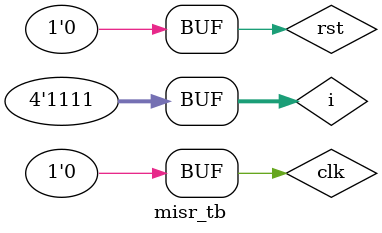
<source format=v>
module misr(
    input clk, rst,
    input[2:0] i,
    output[4:0] q
);
    generate
        genvar k;
        for (k=0; k<5; k=k+1) begin:v
            if (k == 0)
                d_ff gu(.clk(clk), .rst(1'd0), .set(rst), .d( q[4] ^ i[2] ), .q(q[k]));
            else if(k == 1)
                d_ff gu(.clk(clk), .rst(1'd0), .set(rst), .d( q[0] ^ i[1] ), .q(q[k]));
            else if (k == 3)
                d_ff gu(.clk(clk), .rst(rst), .set(1'd0), .d( (q[2] ^ q[4]) ^ i[0] ), .q(q[k]));
            else 
                d_ff gu(.clk(clk), .rst(rst), .set(1'd0), .d( q[k-1] ^ q[4] ), .q(q[k]));
        end
  endgenerate
endmodule

module misr_tb;
    reg clk, rst;
    wire[4:0] q;

    reg[3:0] i;
    wire[4:0] o;

    comb inst_comb(.i(i), .o(o));
    misr inst_misr(.clk(clk), .rst(rst), .i({o[0] ,o[3] ^ o[2] ,o[4] ^ o[1] }), .q(q) );

    initial begin
        $display("clk\trst\t\ti\to\t\ti\tq");
        $monitor("%b\t%b\t\t%b\t%b\t\t%b\t%b", clk, rst, i, o, {o[0] ,o[3] ^ o[2] ,o[4] ^ o[1] }, {q[0], q[1], q[2], q[3], q[4]} );
    end

    localparam CLK_PERIOD = 100;
    localparam RUNNING_CYCLES = 31;
    initial begin
        clk = 0;
        repeat (2*RUNNING_CYCLES) #(CLK_PERIOD/2) clk = ~clk;
    end
    
    initial begin
        rst = 1;
        #CLK_PERIOD rst = 0;
    end

    initial begin
		i = 0;
		repeat (RUNNING_CYCLES)
			#CLK_PERIOD i = i+1;
	end
endmodule
</source>
